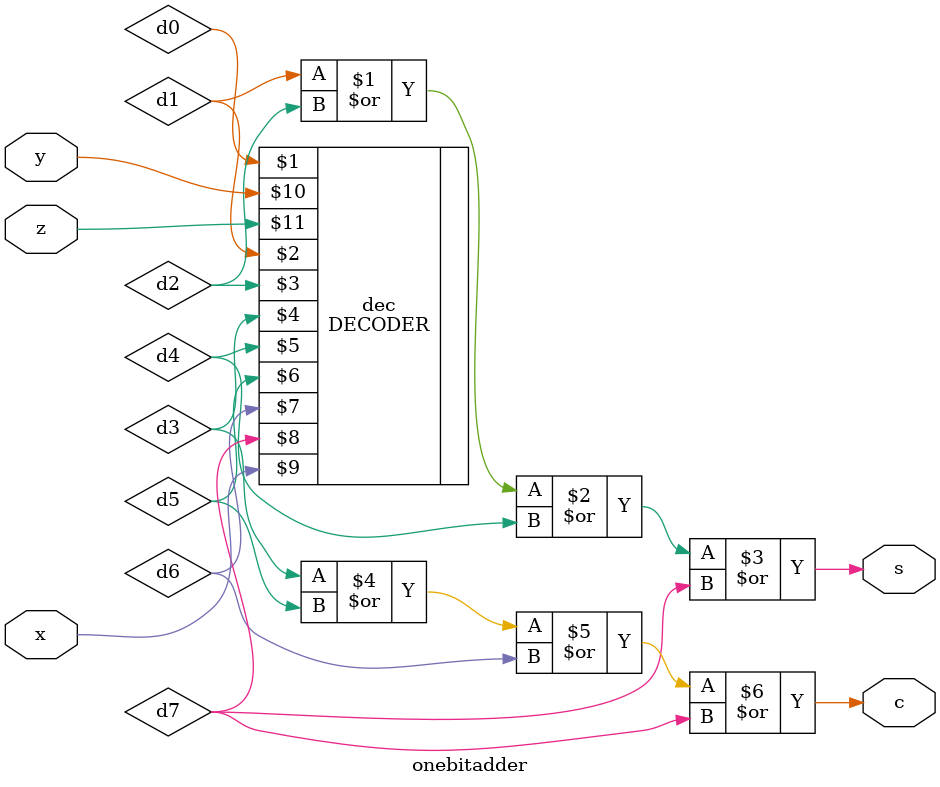
<source format=v>
`include "decoder.v"

module onebitadder(s,c,x,y,z);
	input x,y,z;
	wire d0,d1,d2,d3,d4,d5,d6,d7;
	output s,c;
	DECODER dec(d0,d1,d2,d3,d4,d5,d6,d7,x,y,z);
	assign s = d1 | d2 | d4 | d7,
	 c = d3 | d5 | d6 | d7;
endmodule


</source>
